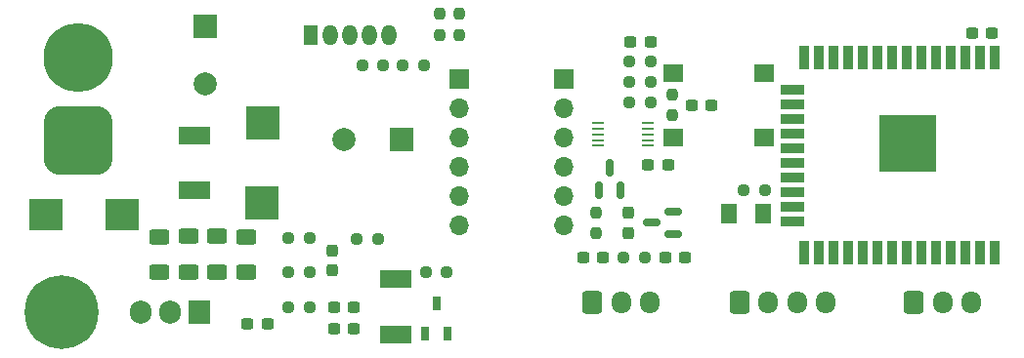
<source format=gts>
G04 #@! TF.GenerationSoftware,KiCad,Pcbnew,6.0.1-79c1e3a40b~116~ubuntu20.04.1*
G04 #@! TF.CreationDate,2022-03-15T20:21:40+00:00*
G04 #@! TF.ProjectId,batmon,6261746d-6f6e-42e6-9b69-6361645f7063,rev?*
G04 #@! TF.SameCoordinates,Original*
G04 #@! TF.FileFunction,Soldermask,Top*
G04 #@! TF.FilePolarity,Negative*
%FSLAX46Y46*%
G04 Gerber Fmt 4.6, Leading zero omitted, Abs format (unit mm)*
G04 Created by KiCad (PCBNEW 6.0.1-79c1e3a40b~116~ubuntu20.04.1) date 2022-03-15 20:21:40*
%MOMM*%
%LPD*%
G01*
G04 APERTURE LIST*
G04 Aperture macros list*
%AMRoundRect*
0 Rectangle with rounded corners*
0 $1 Rounding radius*
0 $2 $3 $4 $5 $6 $7 $8 $9 X,Y pos of 4 corners*
0 Add a 4 corners polygon primitive as box body*
4,1,4,$2,$3,$4,$5,$6,$7,$8,$9,$2,$3,0*
0 Add four circle primitives for the rounded corners*
1,1,$1+$1,$2,$3*
1,1,$1+$1,$4,$5*
1,1,$1+$1,$6,$7*
1,1,$1+$1,$8,$9*
0 Add four rect primitives between the rounded corners*
20,1,$1+$1,$2,$3,$4,$5,0*
20,1,$1+$1,$4,$5,$6,$7,0*
20,1,$1+$1,$6,$7,$8,$9,0*
20,1,$1+$1,$8,$9,$2,$3,0*%
G04 Aperture macros list end*
%ADD10RoundRect,0.237500X-0.300000X-0.237500X0.300000X-0.237500X0.300000X0.237500X-0.300000X0.237500X0*%
%ADD11RoundRect,0.237500X0.250000X0.237500X-0.250000X0.237500X-0.250000X-0.237500X0.250000X-0.237500X0*%
%ADD12RoundRect,0.237500X-0.237500X0.250000X-0.237500X-0.250000X0.237500X-0.250000X0.237500X0.250000X0*%
%ADD13RoundRect,0.250000X-0.600000X-0.725000X0.600000X-0.725000X0.600000X0.725000X-0.600000X0.725000X0*%
%ADD14O,1.700000X1.950000*%
%ADD15RoundRect,0.237500X-0.250000X-0.237500X0.250000X-0.237500X0.250000X0.237500X-0.250000X0.237500X0*%
%ADD16RoundRect,0.150000X0.587500X0.150000X-0.587500X0.150000X-0.587500X-0.150000X0.587500X-0.150000X0*%
%ADD17R,1.700000X1.700000*%
%ADD18O,1.700000X1.700000*%
%ADD19RoundRect,0.150000X0.150000X-0.587500X0.150000X0.587500X-0.150000X0.587500X-0.150000X-0.587500X0*%
%ADD20R,1.275000X1.800000*%
%ADD21O,1.275000X1.800000*%
%ADD22RoundRect,0.237500X-0.237500X0.300000X-0.237500X-0.300000X0.237500X-0.300000X0.237500X0.300000X0*%
%ADD23R,2.000000X2.000000*%
%ADD24C,2.000000*%
%ADD25R,0.900000X2.000000*%
%ADD26R,2.000000X0.900000*%
%ADD27R,5.000000X5.000000*%
%ADD28RoundRect,0.237500X0.300000X0.237500X-0.300000X0.237500X-0.300000X-0.237500X0.300000X-0.237500X0*%
%ADD29R,1.800000X1.500000*%
%ADD30RoundRect,0.250000X0.625000X-0.400000X0.625000X0.400000X-0.625000X0.400000X-0.625000X-0.400000X0*%
%ADD31RoundRect,1.500000X1.500000X-1.500000X1.500000X1.500000X-1.500000X1.500000X-1.500000X-1.500000X0*%
%ADD32C,6.000000*%
%ADD33RoundRect,0.237500X0.237500X-0.250000X0.237500X0.250000X-0.237500X0.250000X-0.237500X-0.250000X0*%
%ADD34R,3.000000X2.800000*%
%ADD35R,1.100000X0.250000*%
%ADD36RoundRect,0.237500X0.237500X-0.300000X0.237500X0.300000X-0.237500X0.300000X-0.237500X-0.300000X0*%
%ADD37R,3.000000X3.000000*%
%ADD38R,0.650000X1.220000*%
%ADD39R,1.905000X2.000000*%
%ADD40O,1.905000X2.000000*%
%ADD41R,2.700000X1.500000*%
%ADD42C,6.400000*%
%ADD43RoundRect,0.250001X-0.462499X-0.624999X0.462499X-0.624999X0.462499X0.624999X-0.462499X0.624999X0*%
G04 APERTURE END LIST*
D10*
X218837500Y-104500000D03*
X220562500Y-104500000D03*
D11*
X200912500Y-106500000D03*
X199087500Y-106500000D03*
D12*
X202250000Y-102087500D03*
X202250000Y-103912500D03*
D10*
X248387500Y-103750000D03*
X250112500Y-103750000D03*
D13*
X215500000Y-127075000D03*
D14*
X218000000Y-127075000D03*
X220500000Y-127075000D03*
D15*
X218749500Y-106172000D03*
X220574500Y-106172000D03*
D16*
X222537500Y-121150000D03*
X222537500Y-119250000D03*
X220662500Y-120200000D03*
D17*
X213058000Y-107696000D03*
D18*
X213058000Y-110236000D03*
X213058000Y-112776000D03*
X213058000Y-115316000D03*
X213058000Y-117856000D03*
X213058000Y-120396000D03*
D19*
X216050000Y-117337500D03*
X217950000Y-117337500D03*
X217000000Y-115462500D03*
D20*
X191100000Y-103945000D03*
D21*
X192800000Y-103945000D03*
X194500000Y-103945000D03*
X196200000Y-103945000D03*
X197900000Y-103945000D03*
D22*
X218600000Y-119337500D03*
X218600000Y-121062500D03*
D23*
X199000000Y-113000000D03*
D24*
X194000000Y-113000000D03*
D25*
X250365000Y-105830000D03*
X249095000Y-105830000D03*
X247825000Y-105830000D03*
X246555000Y-105830000D03*
X245285000Y-105830000D03*
X244015000Y-105830000D03*
X242745000Y-105830000D03*
X241475000Y-105830000D03*
X240205000Y-105830000D03*
X238935000Y-105830000D03*
X237665000Y-105830000D03*
X236395000Y-105830000D03*
X235125000Y-105830000D03*
X233855000Y-105830000D03*
D26*
X232855000Y-108615000D03*
X232855000Y-109885000D03*
X232855000Y-111155000D03*
X232855000Y-112425000D03*
X232855000Y-113695000D03*
X232855000Y-114965000D03*
X232855000Y-116235000D03*
X232855000Y-117505000D03*
X232855000Y-118775000D03*
X232855000Y-120045000D03*
D25*
X233855000Y-122830000D03*
X235125000Y-122830000D03*
X236395000Y-122830000D03*
X237665000Y-122830000D03*
X238935000Y-122830000D03*
X240205000Y-122830000D03*
X241475000Y-122830000D03*
X242745000Y-122830000D03*
X244015000Y-122830000D03*
X245285000Y-122830000D03*
X246555000Y-122830000D03*
X247825000Y-122830000D03*
X249095000Y-122830000D03*
X250365000Y-122830000D03*
D27*
X242865000Y-113330000D03*
D15*
X195087500Y-121600000D03*
X196912500Y-121600000D03*
D28*
X222062500Y-115200000D03*
X220337500Y-115200000D03*
D15*
X189175000Y-121500000D03*
X191000000Y-121500000D03*
D29*
X230420000Y-107188000D03*
X222520000Y-107188000D03*
D30*
X183000000Y-124450000D03*
X183000000Y-121350000D03*
D15*
X218241500Y-123190000D03*
X220066500Y-123190000D03*
D31*
X171000000Y-113100000D03*
D32*
X171000000Y-105900000D03*
D33*
X222456000Y-110894500D03*
X222456000Y-109069500D03*
D30*
X178000000Y-124500000D03*
X178000000Y-121400000D03*
D10*
X185637500Y-129000000D03*
X187362500Y-129000000D03*
D34*
X168200000Y-119500000D03*
X174800000Y-119500000D03*
D17*
X204000000Y-107696000D03*
D18*
X204000000Y-110236000D03*
X204000000Y-112776000D03*
X204000000Y-115316000D03*
X204000000Y-117856000D03*
X204000000Y-120396000D03*
D35*
X215988000Y-111522000D03*
X215988000Y-112022000D03*
X215988000Y-112522000D03*
X215988000Y-113022000D03*
X215988000Y-113522000D03*
X220288000Y-113522000D03*
X220288000Y-113022000D03*
X220288000Y-112522000D03*
X220288000Y-112022000D03*
X220288000Y-111522000D03*
D36*
X193000000Y-124362500D03*
X193000000Y-122637500D03*
D29*
X230420000Y-112776000D03*
X222520000Y-112776000D03*
D23*
X182000000Y-103132323D03*
D24*
X182000000Y-108132323D03*
D13*
X228250000Y-127075000D03*
D14*
X230750000Y-127075000D03*
X233250000Y-127075000D03*
X235750000Y-127075000D03*
D12*
X204000000Y-102087500D03*
X204000000Y-103912500D03*
D15*
X189175000Y-127500000D03*
X191000000Y-127500000D03*
D10*
X193137500Y-127500000D03*
X194862500Y-127500000D03*
D15*
X195587500Y-106500000D03*
X197412500Y-106500000D03*
D12*
X215800000Y-119287500D03*
X215800000Y-121112500D03*
D30*
X185500000Y-124500000D03*
X185500000Y-121400000D03*
D37*
X187000000Y-111500000D03*
X186900000Y-118500000D03*
D28*
X194862500Y-129400000D03*
X193137500Y-129400000D03*
D15*
X218749500Y-107950000D03*
X220574500Y-107950000D03*
D38*
X201050000Y-129810000D03*
X202950000Y-129810000D03*
X202000000Y-127190000D03*
D15*
X201087500Y-124500000D03*
X202912500Y-124500000D03*
D39*
X181500000Y-128000000D03*
D40*
X178960000Y-128000000D03*
X176420000Y-128000000D03*
D41*
X181000000Y-117400000D03*
X181000000Y-112600000D03*
D11*
X220574500Y-109728000D03*
X218749500Y-109728000D03*
D10*
X221847500Y-123190000D03*
X223572500Y-123190000D03*
X224133500Y-109982000D03*
X225858500Y-109982000D03*
D41*
X198500000Y-125100000D03*
X198500000Y-129900000D03*
D15*
X189175000Y-124500000D03*
X191000000Y-124500000D03*
D42*
X169500000Y-128000000D03*
D13*
X243364000Y-127100000D03*
D14*
X245864000Y-127100000D03*
X248364000Y-127100000D03*
D30*
X180500000Y-124450000D03*
X180500000Y-121350000D03*
D10*
X214735500Y-123190000D03*
X216460500Y-123190000D03*
D15*
X228655500Y-117348000D03*
X230480500Y-117348000D03*
D43*
X227318500Y-119380000D03*
X230293500Y-119380000D03*
M02*

</source>
